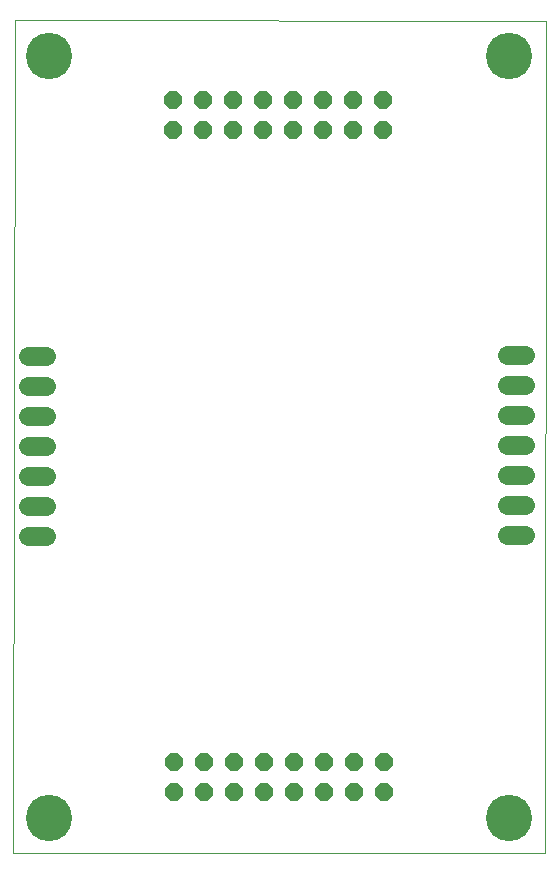
<source format=gbs>
G75*
G70*
%OFA0B0*%
%FSLAX24Y24*%
%IPPOS*%
%LPD*%
%AMOC8*
5,1,8,0,0,1.08239X$1,22.5*
%
%ADD10C,0.0000*%
%ADD11OC8,0.0600*%
%ADD12C,0.0640*%
%ADD13C,0.1542*%
D10*
X001418Y000100D02*
X001458Y027856D01*
X019159Y027844D01*
X019135Y000100D01*
X001418Y000100D01*
D11*
X006773Y002155D03*
X007773Y002155D03*
X007773Y003155D03*
X006773Y003155D03*
X008773Y003155D03*
X008773Y002155D03*
X009773Y002155D03*
X009773Y003155D03*
X010773Y003155D03*
X010773Y002155D03*
X011773Y002155D03*
X011773Y003155D03*
X012773Y003155D03*
X012773Y002155D03*
X013773Y002155D03*
X013773Y003155D03*
X013757Y024198D03*
X013757Y025198D03*
X012757Y025198D03*
X012757Y024198D03*
X011757Y024198D03*
X011757Y025198D03*
X010757Y025198D03*
X010757Y024198D03*
X009757Y024198D03*
X009757Y025198D03*
X008757Y025198D03*
X008757Y024198D03*
X007757Y024198D03*
X006757Y024198D03*
X006757Y025198D03*
X007757Y025198D03*
D12*
X002506Y016683D02*
X001906Y016683D01*
X001906Y015683D02*
X002506Y015683D01*
X002506Y014683D02*
X001906Y014683D01*
X001906Y013683D02*
X002506Y013683D01*
X002506Y012683D02*
X001906Y012683D01*
X001906Y011683D02*
X002506Y011683D01*
X002506Y010683D02*
X001906Y010683D01*
X017890Y010722D02*
X018490Y010722D01*
X018490Y011722D02*
X017890Y011722D01*
X017890Y012722D02*
X018490Y012722D01*
X018490Y013722D02*
X017890Y013722D01*
X017890Y014722D02*
X018490Y014722D01*
X018490Y015722D02*
X017890Y015722D01*
X017890Y016722D02*
X018490Y016722D01*
D13*
X017954Y026675D03*
X002600Y026675D03*
X002600Y001281D03*
X017954Y001281D03*
M02*

</source>
